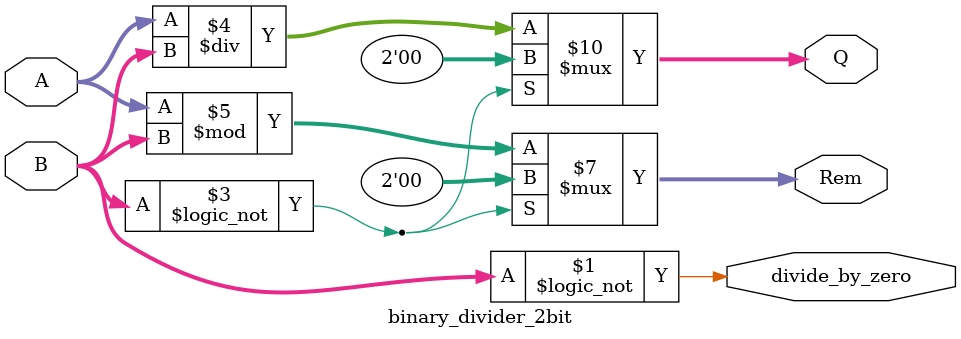
<source format=v>
module binary_divider_2bit(
    input  [1:0] A,
    input  [1:0] B,
    output reg [1:0] Q,
    output reg [1:0] Rem,
    output divide_by_zero
);

assign divide_by_zero = (B == 2'b00);

always @(*) begin
    if (B == 0) begin
        Q = 0;
        Rem = 0;
    end else begin
        Q   = A / B;
        Rem = A % B;
    end
end

endmodule
</source>
